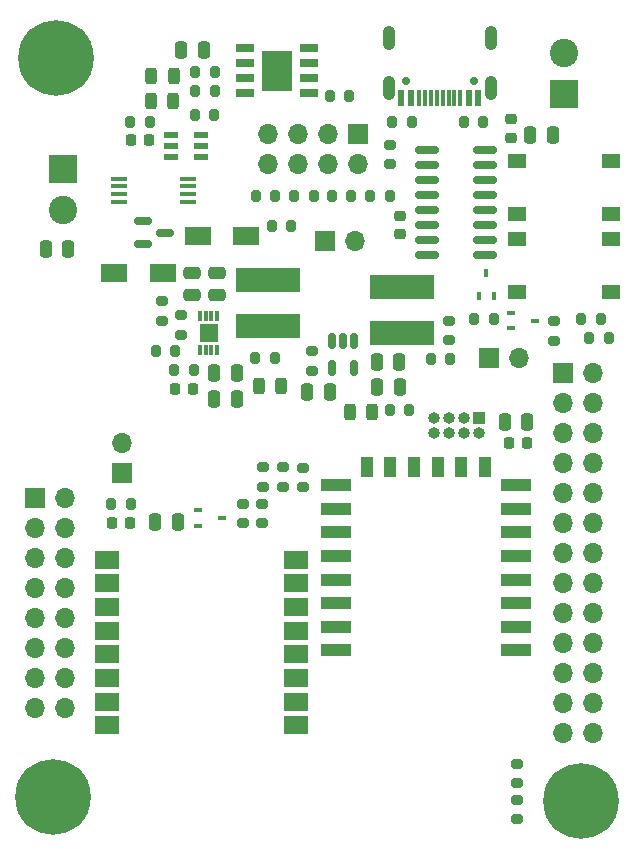
<source format=gts>
G04 #@! TF.GenerationSoftware,KiCad,Pcbnew,(6.0.2)*
G04 #@! TF.CreationDate,2022-05-30T23:42:17+05:30*
G04 #@! TF.ProjectId,esp_lora_iot,6573705f-6c6f-4726-915f-696f742e6b69,rev?*
G04 #@! TF.SameCoordinates,Original*
G04 #@! TF.FileFunction,Soldermask,Top*
G04 #@! TF.FilePolarity,Negative*
%FSLAX46Y46*%
G04 Gerber Fmt 4.6, Leading zero omitted, Abs format (unit mm)*
G04 Created by KiCad (PCBNEW (6.0.2)) date 2022-05-30 23:42:17*
%MOMM*%
%LPD*%
G01*
G04 APERTURE LIST*
G04 Aperture macros list*
%AMRoundRect*
0 Rectangle with rounded corners*
0 $1 Rounding radius*
0 $2 $3 $4 $5 $6 $7 $8 $9 X,Y pos of 4 corners*
0 Add a 4 corners polygon primitive as box body*
4,1,4,$2,$3,$4,$5,$6,$7,$8,$9,$2,$3,0*
0 Add four circle primitives for the rounded corners*
1,1,$1+$1,$2,$3*
1,1,$1+$1,$4,$5*
1,1,$1+$1,$6,$7*
1,1,$1+$1,$8,$9*
0 Add four rect primitives between the rounded corners*
20,1,$1+$1,$2,$3,$4,$5,0*
20,1,$1+$1,$4,$5,$6,$7,0*
20,1,$1+$1,$6,$7,$8,$9,0*
20,1,$1+$1,$8,$9,$2,$3,0*%
G04 Aperture macros list end*
%ADD10RoundRect,0.225000X-0.225000X-0.250000X0.225000X-0.250000X0.225000X0.250000X-0.225000X0.250000X0*%
%ADD11R,2.500000X1.000000*%
%ADD12R,1.000000X1.800000*%
%ADD13RoundRect,0.200000X0.275000X-0.200000X0.275000X0.200000X-0.275000X0.200000X-0.275000X-0.200000X0*%
%ADD14RoundRect,0.225000X0.225000X0.250000X-0.225000X0.250000X-0.225000X-0.250000X0.225000X-0.250000X0*%
%ADD15R,1.700000X1.700000*%
%ADD16O,1.700000X1.700000*%
%ADD17R,0.300000X0.850000*%
%ADD18R,1.600000X1.500000*%
%ADD19RoundRect,0.200000X-0.200000X-0.275000X0.200000X-0.275000X0.200000X0.275000X-0.200000X0.275000X0*%
%ADD20RoundRect,0.200000X0.200000X0.275000X-0.200000X0.275000X-0.200000X-0.275000X0.200000X-0.275000X0*%
%ADD21RoundRect,0.225000X0.250000X-0.225000X0.250000X0.225000X-0.250000X0.225000X-0.250000X-0.225000X0*%
%ADD22R,2.250000X1.600000*%
%ADD23C,6.400000*%
%ADD24RoundRect,0.250000X0.250000X0.475000X-0.250000X0.475000X-0.250000X-0.475000X0.250000X-0.475000X0*%
%ADD25RoundRect,0.243750X-0.243750X-0.456250X0.243750X-0.456250X0.243750X0.456250X-0.243750X0.456250X0*%
%ADD26R,1.200000X0.600000*%
%ADD27RoundRect,0.150000X-0.150000X0.512500X-0.150000X-0.512500X0.150000X-0.512500X0.150000X0.512500X0*%
%ADD28RoundRect,0.200000X-0.275000X0.200000X-0.275000X-0.200000X0.275000X-0.200000X0.275000X0.200000X0*%
%ADD29C,0.700000*%
%ADD30R,0.600000X1.450000*%
%ADD31R,0.300000X1.450000*%
%ADD32O,1.050000X2.100000*%
%ADD33RoundRect,0.150000X-0.587500X-0.150000X0.587500X-0.150000X0.587500X0.150000X-0.587500X0.150000X0*%
%ADD34R,1.000000X1.000000*%
%ADD35O,1.000000X1.000000*%
%ADD36RoundRect,0.243750X0.243750X0.456250X-0.243750X0.456250X-0.243750X-0.456250X0.243750X-0.456250X0*%
%ADD37RoundRect,0.250000X-0.250000X-0.475000X0.250000X-0.475000X0.250000X0.475000X-0.250000X0.475000X0*%
%ADD38R,2.000000X1.500000*%
%ADD39RoundRect,0.150000X-0.825000X-0.150000X0.825000X-0.150000X0.825000X0.150000X-0.825000X0.150000X0*%
%ADD40R,1.550000X1.300000*%
%ADD41RoundRect,0.250000X-0.475000X0.250000X-0.475000X-0.250000X0.475000X-0.250000X0.475000X0.250000X0*%
%ADD42R,1.525000X0.700000*%
%ADD43R,2.513000X3.402000*%
%ADD44R,2.400000X2.400000*%
%ADD45C,2.400000*%
%ADD46R,5.500000X2.150000*%
%ADD47R,0.450000X0.700000*%
%ADD48R,0.700000X0.450000*%
%ADD49R,1.475000X0.450000*%
G04 APERTURE END LIST*
D10*
X60575000Y-96875000D03*
X62125000Y-96875000D03*
D11*
X89425000Y-118975000D03*
X89425000Y-116975000D03*
X89425000Y-114975000D03*
X89425000Y-112975000D03*
X89425000Y-110975000D03*
X89425000Y-108975000D03*
X89425000Y-106975000D03*
X89425000Y-104975000D03*
D12*
X86825000Y-103475000D03*
X84825000Y-103475000D03*
X82825000Y-103475000D03*
X80825000Y-103475000D03*
X78825000Y-103475000D03*
X76825000Y-103475000D03*
D11*
X74225000Y-104975000D03*
X74225000Y-106975000D03*
X74225000Y-108975000D03*
X74225000Y-110975000D03*
X74225000Y-112975000D03*
X74225000Y-114975000D03*
X74225000Y-116975000D03*
X74225000Y-118975000D03*
D13*
X59475000Y-91075000D03*
X59475000Y-89425000D03*
D14*
X56800000Y-108225000D03*
X55250000Y-108225000D03*
D15*
X93475000Y-95500000D03*
D16*
X96015000Y-95500000D03*
X93475000Y-98040000D03*
X96015000Y-98040000D03*
X93475000Y-100580000D03*
X96015000Y-100580000D03*
X93475000Y-103120000D03*
X96015000Y-103120000D03*
X93475000Y-105660000D03*
X96015000Y-105660000D03*
X93475000Y-108200000D03*
X96015000Y-108200000D03*
X93475000Y-110740000D03*
X96015000Y-110740000D03*
X93475000Y-113280000D03*
X96015000Y-113280000D03*
X93475000Y-115820000D03*
X96015000Y-115820000D03*
X93475000Y-118360000D03*
X96015000Y-118360000D03*
X93475000Y-120900000D03*
X96015000Y-120900000D03*
X93475000Y-123440000D03*
X96015000Y-123440000D03*
X93475000Y-125980000D03*
X96015000Y-125980000D03*
D17*
X64175000Y-90650000D03*
X63675000Y-90650000D03*
X63175000Y-90650000D03*
X62675000Y-90650000D03*
X62675000Y-93550000D03*
X63175000Y-93550000D03*
X63675000Y-93550000D03*
X64175000Y-93550000D03*
D18*
X63425000Y-92100000D03*
D19*
X73850000Y-80500000D03*
X75500000Y-80500000D03*
D20*
X72325000Y-80500000D03*
X70675000Y-80500000D03*
D21*
X89000000Y-75550000D03*
X89000000Y-74000000D03*
D22*
X62500000Y-83900000D03*
X66600000Y-83900000D03*
D19*
X95675000Y-92525000D03*
X97325000Y-92525000D03*
D22*
X59550000Y-87000000D03*
X55450000Y-87000000D03*
D13*
X72225000Y-95300000D03*
X72225000Y-93650000D03*
D23*
X50475000Y-68850000D03*
D24*
X73700000Y-97075000D03*
X71800000Y-97075000D03*
D25*
X75412500Y-98800000D03*
X77287500Y-98800000D03*
D26*
X62750000Y-77200000D03*
X62750000Y-76250000D03*
X62750000Y-75300000D03*
X60250000Y-75300000D03*
X60250000Y-76250000D03*
X60250000Y-77200000D03*
D20*
X63950000Y-71600000D03*
X62300000Y-71600000D03*
D27*
X75750000Y-92787500D03*
X74800000Y-92787500D03*
X73850000Y-92787500D03*
X73850000Y-95062500D03*
X75750000Y-95062500D03*
D15*
X48700000Y-106025000D03*
D16*
X51240000Y-106025000D03*
X48700000Y-108565000D03*
X51240000Y-108565000D03*
X48700000Y-111105000D03*
X51240000Y-111105000D03*
X48700000Y-113645000D03*
X51240000Y-113645000D03*
X48700000Y-116185000D03*
X51240000Y-116185000D03*
X48700000Y-118725000D03*
X51240000Y-118725000D03*
X48700000Y-121265000D03*
X51240000Y-121265000D03*
X48700000Y-123805000D03*
X51240000Y-123805000D03*
D20*
X75325000Y-72000000D03*
X73675000Y-72000000D03*
D28*
X61125000Y-90600000D03*
X61125000Y-92250000D03*
D29*
X85890000Y-70787500D03*
X80110000Y-70787500D03*
D30*
X86250000Y-72232500D03*
X85450000Y-72232500D03*
D31*
X84250000Y-72232500D03*
X83250000Y-72232500D03*
X82750000Y-72232500D03*
X81750000Y-72232500D03*
D30*
X79750000Y-72232500D03*
X80550000Y-72232500D03*
D31*
X81250000Y-72232500D03*
X82250000Y-72232500D03*
X83750000Y-72232500D03*
X84750000Y-72232500D03*
D32*
X87320000Y-71317500D03*
X78680000Y-71317500D03*
X87320000Y-67137500D03*
X78680000Y-67137500D03*
D19*
X67425000Y-80500000D03*
X69075000Y-80500000D03*
D33*
X57862500Y-82650000D03*
X57862500Y-84550000D03*
X59737500Y-83600000D03*
D34*
X86350000Y-99325000D03*
D35*
X86350000Y-100595000D03*
X85080000Y-99325000D03*
X85080000Y-100595000D03*
X83810000Y-99325000D03*
X83810000Y-100595000D03*
X82540000Y-99325000D03*
X82540000Y-100595000D03*
D36*
X60437500Y-72425000D03*
X58562500Y-72425000D03*
D24*
X79600000Y-96650000D03*
X77700000Y-96650000D03*
D13*
X83775000Y-92725000D03*
X83775000Y-91075000D03*
D20*
X60625000Y-93650000D03*
X58975000Y-93650000D03*
D15*
X87150000Y-94225000D03*
D16*
X89690000Y-94225000D03*
D37*
X63925000Y-97675000D03*
X65825000Y-97675000D03*
D21*
X79650000Y-83750000D03*
X79650000Y-82200000D03*
D19*
X94975000Y-90875000D03*
X96625000Y-90875000D03*
D23*
X50250000Y-131375000D03*
X94975000Y-131700000D03*
D38*
X54850000Y-111300000D03*
X54850000Y-113300000D03*
X54850000Y-115300000D03*
X54850000Y-117300000D03*
X54850000Y-119300000D03*
X54850000Y-121300000D03*
X54850000Y-123300000D03*
X54850000Y-125300000D03*
X70850000Y-125300000D03*
X70850000Y-123300000D03*
X70850000Y-121300000D03*
X70850000Y-119300000D03*
X70850000Y-117300000D03*
X70850000Y-115300000D03*
X70850000Y-113300000D03*
X70850000Y-111300000D03*
D19*
X60525000Y-95250000D03*
X62175000Y-95250000D03*
D24*
X90425000Y-99650000D03*
X88525000Y-99650000D03*
D15*
X76050000Y-75210000D03*
D16*
X76050000Y-77750000D03*
X73510000Y-75210000D03*
X73510000Y-77750000D03*
X70970000Y-75210000D03*
X70970000Y-77750000D03*
X68430000Y-75210000D03*
X68430000Y-77750000D03*
D37*
X49650000Y-85000000D03*
X51550000Y-85000000D03*
D39*
X81925000Y-76580000D03*
X81925000Y-77850000D03*
X81925000Y-79120000D03*
X81925000Y-80390000D03*
X81925000Y-81660000D03*
X81925000Y-82930000D03*
X81925000Y-84200000D03*
X81925000Y-85470000D03*
X86875000Y-85470000D03*
X86875000Y-84200000D03*
X86875000Y-82930000D03*
X86875000Y-81660000D03*
X86875000Y-80390000D03*
X86875000Y-79120000D03*
X86875000Y-77850000D03*
X86875000Y-76580000D03*
D20*
X87575000Y-90920000D03*
X85925000Y-90920000D03*
D19*
X68775000Y-83000000D03*
X70425000Y-83000000D03*
D13*
X69725000Y-105125000D03*
X69725000Y-103475000D03*
D24*
X63025000Y-68175000D03*
X61125000Y-68175000D03*
D40*
X97475000Y-84150000D03*
X89525000Y-84150000D03*
X97475000Y-88650000D03*
X89525000Y-88650000D03*
D14*
X90375000Y-101450000D03*
X88825000Y-101450000D03*
D28*
X68050000Y-103450000D03*
X68050000Y-105100000D03*
D37*
X90675000Y-75300000D03*
X92575000Y-75300000D03*
D28*
X89575000Y-128550000D03*
X89575000Y-130200000D03*
D20*
X63950000Y-70025000D03*
X62300000Y-70025000D03*
D41*
X64150000Y-87000000D03*
X64150000Y-88900000D03*
D19*
X82250000Y-94275000D03*
X83900000Y-94275000D03*
D13*
X66325000Y-108225000D03*
X66325000Y-106575000D03*
D42*
X71912000Y-71805000D03*
X71912000Y-70535000D03*
X71912000Y-69265000D03*
X71912000Y-67995000D03*
X66488000Y-67995000D03*
X66488000Y-69265000D03*
X66488000Y-70535000D03*
X66488000Y-71805000D03*
D43*
X69200000Y-69900000D03*
D44*
X51125000Y-78170000D03*
D45*
X51125000Y-81670000D03*
D13*
X89550000Y-133275000D03*
X89550000Y-131625000D03*
X71425000Y-105150000D03*
X71425000Y-103500000D03*
D46*
X79800000Y-88225000D03*
X79800000Y-92075000D03*
D20*
X80425000Y-98575000D03*
X78775000Y-98575000D03*
D28*
X78750000Y-76175000D03*
X78750000Y-77825000D03*
D20*
X58450000Y-74225000D03*
X56800000Y-74225000D03*
D19*
X85050000Y-74250000D03*
X86700000Y-74250000D03*
D47*
X86300000Y-89000000D03*
X87600000Y-89000000D03*
X86950000Y-87000000D03*
D36*
X60462500Y-70350000D03*
X58587500Y-70350000D03*
D44*
X93500000Y-71850000D03*
D45*
X93500000Y-68350000D03*
D48*
X89050000Y-90400000D03*
X89050000Y-91700000D03*
X91050000Y-91050000D03*
D41*
X62050000Y-87000000D03*
X62050000Y-88900000D03*
D25*
X67712500Y-96600000D03*
X69587500Y-96600000D03*
D20*
X56850000Y-106600000D03*
X55200000Y-106600000D03*
D49*
X55812000Y-79025000D03*
X55812000Y-79675000D03*
X55812000Y-80325000D03*
X55812000Y-80975000D03*
X61688000Y-80975000D03*
X61688000Y-80325000D03*
X61688000Y-79675000D03*
X61688000Y-79025000D03*
D28*
X67950000Y-106550000D03*
X67950000Y-108200000D03*
D40*
X89525000Y-77525000D03*
X97475000Y-77525000D03*
X97475000Y-82025000D03*
X89525000Y-82025000D03*
D37*
X63925000Y-95450000D03*
X65825000Y-95450000D03*
D13*
X92650000Y-92750000D03*
X92650000Y-91100000D03*
D19*
X67400000Y-94225000D03*
X69050000Y-94225000D03*
D20*
X78750000Y-80500000D03*
X77100000Y-80500000D03*
D14*
X58400000Y-75775000D03*
X56850000Y-75775000D03*
D24*
X79575000Y-94550000D03*
X77675000Y-94550000D03*
D15*
X56075000Y-103975000D03*
D16*
X56075000Y-101435000D03*
D46*
X68500000Y-87625000D03*
X68500000Y-91475000D03*
D15*
X73325000Y-84275000D03*
D16*
X75865000Y-84275000D03*
D19*
X62275000Y-73600000D03*
X63925000Y-73600000D03*
D48*
X62550000Y-107125000D03*
X62550000Y-108425000D03*
X64550000Y-107775000D03*
D20*
X80650000Y-74250000D03*
X79000000Y-74250000D03*
D37*
X58925000Y-108100000D03*
X60825000Y-108100000D03*
M02*

</source>
